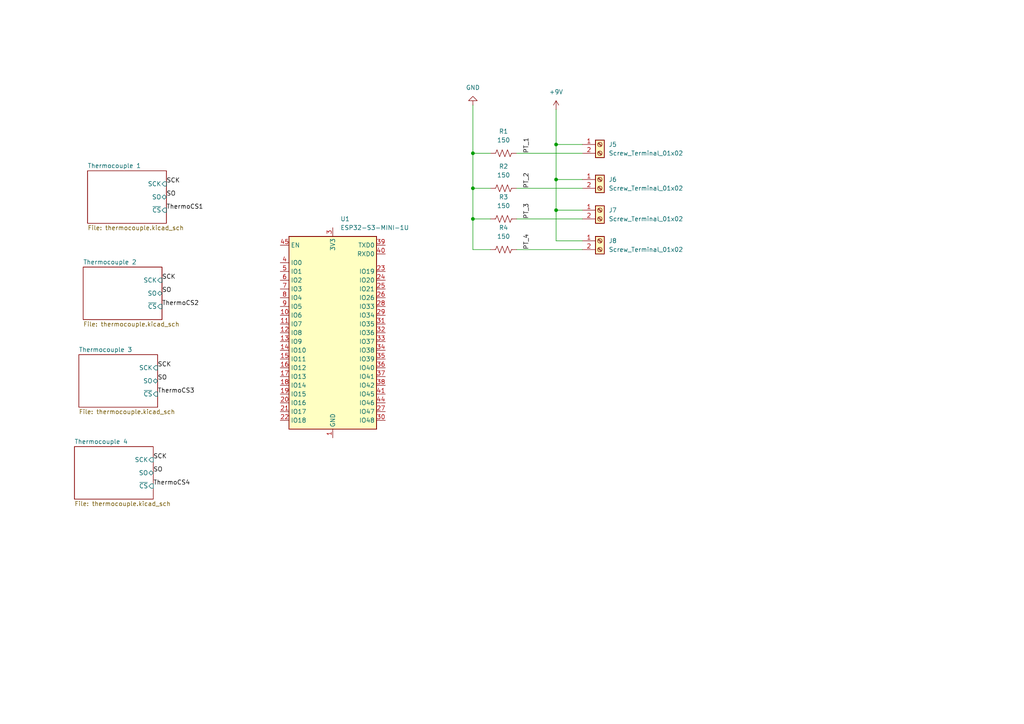
<source format=kicad_sch>
(kicad_sch
	(version 20231120)
	(generator "eeschema")
	(generator_version "8.0")
	(uuid "35e73745-790a-4771-a6fa-4a7b069c04ac")
	(paper "A4")
	(lib_symbols
		(symbol "Connector:Screw_Terminal_01x02"
			(pin_names
				(offset 1.016) hide)
			(exclude_from_sim no)
			(in_bom yes)
			(on_board yes)
			(property "Reference" "J"
				(at 0 2.54 0)
				(effects
					(font
						(size 1.27 1.27)
					)
				)
			)
			(property "Value" "Screw_Terminal_01x02"
				(at 0 -5.08 0)
				(effects
					(font
						(size 1.27 1.27)
					)
				)
			)
			(property "Footprint" ""
				(at 0 0 0)
				(effects
					(font
						(size 1.27 1.27)
					)
					(hide yes)
				)
			)
			(property "Datasheet" "~"
				(at 0 0 0)
				(effects
					(font
						(size 1.27 1.27)
					)
					(hide yes)
				)
			)
			(property "Description" "Generic screw terminal, single row, 01x02, script generated (kicad-library-utils/schlib/autogen/connector/)"
				(at 0 0 0)
				(effects
					(font
						(size 1.27 1.27)
					)
					(hide yes)
				)
			)
			(property "ki_keywords" "screw terminal"
				(at 0 0 0)
				(effects
					(font
						(size 1.27 1.27)
					)
					(hide yes)
				)
			)
			(property "ki_fp_filters" "TerminalBlock*:*"
				(at 0 0 0)
				(effects
					(font
						(size 1.27 1.27)
					)
					(hide yes)
				)
			)
			(symbol "Screw_Terminal_01x02_1_1"
				(rectangle
					(start -1.27 1.27)
					(end 1.27 -3.81)
					(stroke
						(width 0.254)
						(type default)
					)
					(fill
						(type background)
					)
				)
				(circle
					(center 0 -2.54)
					(radius 0.635)
					(stroke
						(width 0.1524)
						(type default)
					)
					(fill
						(type none)
					)
				)
				(polyline
					(pts
						(xy -0.5334 -2.2098) (xy 0.3302 -3.048)
					)
					(stroke
						(width 0.1524)
						(type default)
					)
					(fill
						(type none)
					)
				)
				(polyline
					(pts
						(xy -0.5334 0.3302) (xy 0.3302 -0.508)
					)
					(stroke
						(width 0.1524)
						(type default)
					)
					(fill
						(type none)
					)
				)
				(polyline
					(pts
						(xy -0.3556 -2.032) (xy 0.508 -2.8702)
					)
					(stroke
						(width 0.1524)
						(type default)
					)
					(fill
						(type none)
					)
				)
				(polyline
					(pts
						(xy -0.3556 0.508) (xy 0.508 -0.3302)
					)
					(stroke
						(width 0.1524)
						(type default)
					)
					(fill
						(type none)
					)
				)
				(circle
					(center 0 0)
					(radius 0.635)
					(stroke
						(width 0.1524)
						(type default)
					)
					(fill
						(type none)
					)
				)
				(pin passive line
					(at -5.08 0 0)
					(length 3.81)
					(name "Pin_1"
						(effects
							(font
								(size 1.27 1.27)
							)
						)
					)
					(number "1"
						(effects
							(font
								(size 1.27 1.27)
							)
						)
					)
				)
				(pin passive line
					(at -5.08 -2.54 0)
					(length 3.81)
					(name "Pin_2"
						(effects
							(font
								(size 1.27 1.27)
							)
						)
					)
					(number "2"
						(effects
							(font
								(size 1.27 1.27)
							)
						)
					)
				)
			)
		)
		(symbol "Device:R_US"
			(pin_numbers hide)
			(pin_names
				(offset 0)
			)
			(exclude_from_sim no)
			(in_bom yes)
			(on_board yes)
			(property "Reference" "R"
				(at 2.54 0 90)
				(effects
					(font
						(size 1.27 1.27)
					)
				)
			)
			(property "Value" "R_US"
				(at -2.54 0 90)
				(effects
					(font
						(size 1.27 1.27)
					)
				)
			)
			(property "Footprint" ""
				(at 1.016 -0.254 90)
				(effects
					(font
						(size 1.27 1.27)
					)
					(hide yes)
				)
			)
			(property "Datasheet" "~"
				(at 0 0 0)
				(effects
					(font
						(size 1.27 1.27)
					)
					(hide yes)
				)
			)
			(property "Description" "Resistor, US symbol"
				(at 0 0 0)
				(effects
					(font
						(size 1.27 1.27)
					)
					(hide yes)
				)
			)
			(property "ki_keywords" "R res resistor"
				(at 0 0 0)
				(effects
					(font
						(size 1.27 1.27)
					)
					(hide yes)
				)
			)
			(property "ki_fp_filters" "R_*"
				(at 0 0 0)
				(effects
					(font
						(size 1.27 1.27)
					)
					(hide yes)
				)
			)
			(symbol "R_US_0_1"
				(polyline
					(pts
						(xy 0 -2.286) (xy 0 -2.54)
					)
					(stroke
						(width 0)
						(type default)
					)
					(fill
						(type none)
					)
				)
				(polyline
					(pts
						(xy 0 2.286) (xy 0 2.54)
					)
					(stroke
						(width 0)
						(type default)
					)
					(fill
						(type none)
					)
				)
				(polyline
					(pts
						(xy 0 -0.762) (xy 1.016 -1.143) (xy 0 -1.524) (xy -1.016 -1.905) (xy 0 -2.286)
					)
					(stroke
						(width 0)
						(type default)
					)
					(fill
						(type none)
					)
				)
				(polyline
					(pts
						(xy 0 0.762) (xy 1.016 0.381) (xy 0 0) (xy -1.016 -0.381) (xy 0 -0.762)
					)
					(stroke
						(width 0)
						(type default)
					)
					(fill
						(type none)
					)
				)
				(polyline
					(pts
						(xy 0 2.286) (xy 1.016 1.905) (xy 0 1.524) (xy -1.016 1.143) (xy 0 0.762)
					)
					(stroke
						(width 0)
						(type default)
					)
					(fill
						(type none)
					)
				)
			)
			(symbol "R_US_1_1"
				(pin passive line
					(at 0 3.81 270)
					(length 1.27)
					(name "~"
						(effects
							(font
								(size 1.27 1.27)
							)
						)
					)
					(number "1"
						(effects
							(font
								(size 1.27 1.27)
							)
						)
					)
				)
				(pin passive line
					(at 0 -3.81 90)
					(length 1.27)
					(name "~"
						(effects
							(font
								(size 1.27 1.27)
							)
						)
					)
					(number "2"
						(effects
							(font
								(size 1.27 1.27)
							)
						)
					)
				)
			)
		)
		(symbol "RF_Module:ESP32-S3-MINI-1U"
			(exclude_from_sim no)
			(in_bom yes)
			(on_board yes)
			(property "Reference" "U"
				(at -11.43 29.21 0)
				(effects
					(font
						(size 1.27 1.27)
					)
				)
			)
			(property "Value" "ESP32-S3-MINI-1U"
				(at 12.7 29.21 0)
				(effects
					(font
						(size 1.27 1.27)
					)
				)
			)
			(property "Footprint" "RF_Module:ESP32-S2-MINI-1U"
				(at 16.51 -29.21 0)
				(effects
					(font
						(size 1.27 1.27)
					)
					(hide yes)
				)
			)
			(property "Datasheet" "https://www.espressif.com/sites/default/files/documentation/esp32-s3-mini-1_mini-1u_datasheet_en.pdf"
				(at 0 40.64 0)
				(effects
					(font
						(size 1.27 1.27)
					)
					(hide yes)
				)
			)
			(property "Description" "RF Module, ESP32-S3 SoC, Wi-Fi 802.11b/g/n, Bluetooth, BLE, 32-bit, 3.3V, SMD, external antenna"
				(at 0 43.18 0)
				(effects
					(font
						(size 1.27 1.27)
					)
					(hide yes)
				)
			)
			(property "ki_keywords" "RF Radio BT ESP ESP32-S3 Espressif"
				(at 0 0 0)
				(effects
					(font
						(size 1.27 1.27)
					)
					(hide yes)
				)
			)
			(property "ki_fp_filters" "ESP32?S*MINI?1U"
				(at 0 0 0)
				(effects
					(font
						(size 1.27 1.27)
					)
					(hide yes)
				)
			)
			(symbol "ESP32-S3-MINI-1U_0_1"
				(rectangle
					(start -12.7 27.94)
					(end 12.7 -27.94)
					(stroke
						(width 0.254)
						(type default)
					)
					(fill
						(type background)
					)
				)
			)
			(symbol "ESP32-S3-MINI-1U_1_1"
				(pin power_in line
					(at 0 -30.48 90)
					(length 2.54)
					(name "GND"
						(effects
							(font
								(size 1.27 1.27)
							)
						)
					)
					(number "1"
						(effects
							(font
								(size 1.27 1.27)
							)
						)
					)
				)
				(pin bidirectional line
					(at -15.24 5.08 0)
					(length 2.54)
					(name "IO6"
						(effects
							(font
								(size 1.27 1.27)
							)
						)
					)
					(number "10"
						(effects
							(font
								(size 1.27 1.27)
							)
						)
					)
				)
				(pin bidirectional line
					(at -15.24 2.54 0)
					(length 2.54)
					(name "IO7"
						(effects
							(font
								(size 1.27 1.27)
							)
						)
					)
					(number "11"
						(effects
							(font
								(size 1.27 1.27)
							)
						)
					)
				)
				(pin bidirectional line
					(at -15.24 0 0)
					(length 2.54)
					(name "IO8"
						(effects
							(font
								(size 1.27 1.27)
							)
						)
					)
					(number "12"
						(effects
							(font
								(size 1.27 1.27)
							)
						)
					)
				)
				(pin bidirectional line
					(at -15.24 -2.54 0)
					(length 2.54)
					(name "IO9"
						(effects
							(font
								(size 1.27 1.27)
							)
						)
					)
					(number "13"
						(effects
							(font
								(size 1.27 1.27)
							)
						)
					)
				)
				(pin bidirectional line
					(at -15.24 -5.08 0)
					(length 2.54)
					(name "IO10"
						(effects
							(font
								(size 1.27 1.27)
							)
						)
					)
					(number "14"
						(effects
							(font
								(size 1.27 1.27)
							)
						)
					)
				)
				(pin bidirectional line
					(at -15.24 -7.62 0)
					(length 2.54)
					(name "IO11"
						(effects
							(font
								(size 1.27 1.27)
							)
						)
					)
					(number "15"
						(effects
							(font
								(size 1.27 1.27)
							)
						)
					)
				)
				(pin bidirectional line
					(at -15.24 -10.16 0)
					(length 2.54)
					(name "IO12"
						(effects
							(font
								(size 1.27 1.27)
							)
						)
					)
					(number "16"
						(effects
							(font
								(size 1.27 1.27)
							)
						)
					)
				)
				(pin bidirectional line
					(at -15.24 -12.7 0)
					(length 2.54)
					(name "IO13"
						(effects
							(font
								(size 1.27 1.27)
							)
						)
					)
					(number "17"
						(effects
							(font
								(size 1.27 1.27)
							)
						)
					)
				)
				(pin bidirectional line
					(at -15.24 -15.24 0)
					(length 2.54)
					(name "IO14"
						(effects
							(font
								(size 1.27 1.27)
							)
						)
					)
					(number "18"
						(effects
							(font
								(size 1.27 1.27)
							)
						)
					)
				)
				(pin bidirectional line
					(at -15.24 -17.78 0)
					(length 2.54)
					(name "IO15"
						(effects
							(font
								(size 1.27 1.27)
							)
						)
					)
					(number "19"
						(effects
							(font
								(size 1.27 1.27)
							)
						)
					)
				)
				(pin passive line
					(at 0 -30.48 90)
					(length 2.54) hide
					(name "GND"
						(effects
							(font
								(size 1.27 1.27)
							)
						)
					)
					(number "2"
						(effects
							(font
								(size 1.27 1.27)
							)
						)
					)
				)
				(pin bidirectional line
					(at -15.24 -20.32 0)
					(length 2.54)
					(name "IO16"
						(effects
							(font
								(size 1.27 1.27)
							)
						)
					)
					(number "20"
						(effects
							(font
								(size 1.27 1.27)
							)
						)
					)
				)
				(pin bidirectional line
					(at -15.24 -22.86 0)
					(length 2.54)
					(name "IO17"
						(effects
							(font
								(size 1.27 1.27)
							)
						)
					)
					(number "21"
						(effects
							(font
								(size 1.27 1.27)
							)
						)
					)
				)
				(pin bidirectional line
					(at -15.24 -25.4 0)
					(length 2.54)
					(name "IO18"
						(effects
							(font
								(size 1.27 1.27)
							)
						)
					)
					(number "22"
						(effects
							(font
								(size 1.27 1.27)
							)
						)
					)
				)
				(pin bidirectional line
					(at 15.24 17.78 180)
					(length 2.54)
					(name "IO19"
						(effects
							(font
								(size 1.27 1.27)
							)
						)
					)
					(number "23"
						(effects
							(font
								(size 1.27 1.27)
							)
						)
					)
				)
				(pin bidirectional line
					(at 15.24 15.24 180)
					(length 2.54)
					(name "IO20"
						(effects
							(font
								(size 1.27 1.27)
							)
						)
					)
					(number "24"
						(effects
							(font
								(size 1.27 1.27)
							)
						)
					)
				)
				(pin bidirectional line
					(at 15.24 12.7 180)
					(length 2.54)
					(name "IO21"
						(effects
							(font
								(size 1.27 1.27)
							)
						)
					)
					(number "25"
						(effects
							(font
								(size 1.27 1.27)
							)
						)
					)
				)
				(pin bidirectional line
					(at 15.24 10.16 180)
					(length 2.54)
					(name "IO26"
						(effects
							(font
								(size 1.27 1.27)
							)
						)
					)
					(number "26"
						(effects
							(font
								(size 1.27 1.27)
							)
						)
					)
				)
				(pin bidirectional line
					(at 15.24 -22.86 180)
					(length 2.54)
					(name "IO47"
						(effects
							(font
								(size 1.27 1.27)
							)
						)
					)
					(number "27"
						(effects
							(font
								(size 1.27 1.27)
							)
						)
					)
				)
				(pin bidirectional line
					(at 15.24 7.62 180)
					(length 2.54)
					(name "IO33"
						(effects
							(font
								(size 1.27 1.27)
							)
						)
					)
					(number "28"
						(effects
							(font
								(size 1.27 1.27)
							)
						)
					)
				)
				(pin bidirectional line
					(at 15.24 5.08 180)
					(length 2.54)
					(name "IO34"
						(effects
							(font
								(size 1.27 1.27)
							)
						)
					)
					(number "29"
						(effects
							(font
								(size 1.27 1.27)
							)
						)
					)
				)
				(pin power_in line
					(at 0 30.48 270)
					(length 2.54)
					(name "3V3"
						(effects
							(font
								(size 1.27 1.27)
							)
						)
					)
					(number "3"
						(effects
							(font
								(size 1.27 1.27)
							)
						)
					)
				)
				(pin bidirectional line
					(at 15.24 -25.4 180)
					(length 2.54)
					(name "IO48"
						(effects
							(font
								(size 1.27 1.27)
							)
						)
					)
					(number "30"
						(effects
							(font
								(size 1.27 1.27)
							)
						)
					)
				)
				(pin bidirectional line
					(at 15.24 2.54 180)
					(length 2.54)
					(name "IO35"
						(effects
							(font
								(size 1.27 1.27)
							)
						)
					)
					(number "31"
						(effects
							(font
								(size 1.27 1.27)
							)
						)
					)
				)
				(pin bidirectional line
					(at 15.24 0 180)
					(length 2.54)
					(name "IO36"
						(effects
							(font
								(size 1.27 1.27)
							)
						)
					)
					(number "32"
						(effects
							(font
								(size 1.27 1.27)
							)
						)
					)
				)
				(pin bidirectional line
					(at 15.24 -2.54 180)
					(length 2.54)
					(name "IO37"
						(effects
							(font
								(size 1.27 1.27)
							)
						)
					)
					(number "33"
						(effects
							(font
								(size 1.27 1.27)
							)
						)
					)
				)
				(pin bidirectional line
					(at 15.24 -5.08 180)
					(length 2.54)
					(name "IO38"
						(effects
							(font
								(size 1.27 1.27)
							)
						)
					)
					(number "34"
						(effects
							(font
								(size 1.27 1.27)
							)
						)
					)
				)
				(pin bidirectional line
					(at 15.24 -7.62 180)
					(length 2.54)
					(name "IO39"
						(effects
							(font
								(size 1.27 1.27)
							)
						)
					)
					(number "35"
						(effects
							(font
								(size 1.27 1.27)
							)
						)
					)
				)
				(pin bidirectional line
					(at 15.24 -10.16 180)
					(length 2.54)
					(name "IO40"
						(effects
							(font
								(size 1.27 1.27)
							)
						)
					)
					(number "36"
						(effects
							(font
								(size 1.27 1.27)
							)
						)
					)
				)
				(pin bidirectional line
					(at 15.24 -12.7 180)
					(length 2.54)
					(name "IO41"
						(effects
							(font
								(size 1.27 1.27)
							)
						)
					)
					(number "37"
						(effects
							(font
								(size 1.27 1.27)
							)
						)
					)
				)
				(pin bidirectional line
					(at 15.24 -15.24 180)
					(length 2.54)
					(name "IO42"
						(effects
							(font
								(size 1.27 1.27)
							)
						)
					)
					(number "38"
						(effects
							(font
								(size 1.27 1.27)
							)
						)
					)
				)
				(pin bidirectional line
					(at 15.24 25.4 180)
					(length 2.54)
					(name "TXD0"
						(effects
							(font
								(size 1.27 1.27)
							)
						)
					)
					(number "39"
						(effects
							(font
								(size 1.27 1.27)
							)
						)
					)
				)
				(pin bidirectional line
					(at -15.24 20.32 0)
					(length 2.54)
					(name "IO0"
						(effects
							(font
								(size 1.27 1.27)
							)
						)
					)
					(number "4"
						(effects
							(font
								(size 1.27 1.27)
							)
						)
					)
				)
				(pin bidirectional line
					(at 15.24 22.86 180)
					(length 2.54)
					(name "RXD0"
						(effects
							(font
								(size 1.27 1.27)
							)
						)
					)
					(number "40"
						(effects
							(font
								(size 1.27 1.27)
							)
						)
					)
				)
				(pin bidirectional line
					(at 15.24 -17.78 180)
					(length 2.54)
					(name "IO45"
						(effects
							(font
								(size 1.27 1.27)
							)
						)
					)
					(number "41"
						(effects
							(font
								(size 1.27 1.27)
							)
						)
					)
				)
				(pin passive line
					(at 0 -30.48 90)
					(length 2.54) hide
					(name "GND"
						(effects
							(font
								(size 1.27 1.27)
							)
						)
					)
					(number "42"
						(effects
							(font
								(size 1.27 1.27)
							)
						)
					)
				)
				(pin passive line
					(at 0 -30.48 90)
					(length 2.54) hide
					(name "GND"
						(effects
							(font
								(size 1.27 1.27)
							)
						)
					)
					(number "43"
						(effects
							(font
								(size 1.27 1.27)
							)
						)
					)
				)
				(pin bidirectional line
					(at 15.24 -20.32 180)
					(length 2.54)
					(name "IO46"
						(effects
							(font
								(size 1.27 1.27)
							)
						)
					)
					(number "44"
						(effects
							(font
								(size 1.27 1.27)
							)
						)
					)
				)
				(pin input line
					(at -15.24 25.4 0)
					(length 2.54)
					(name "EN"
						(effects
							(font
								(size 1.27 1.27)
							)
						)
					)
					(number "45"
						(effects
							(font
								(size 1.27 1.27)
							)
						)
					)
				)
				(pin passive line
					(at 0 -30.48 90)
					(length 2.54) hide
					(name "GND"
						(effects
							(font
								(size 1.27 1.27)
							)
						)
					)
					(number "46"
						(effects
							(font
								(size 1.27 1.27)
							)
						)
					)
				)
				(pin passive line
					(at 0 -30.48 90)
					(length 2.54) hide
					(name "GND"
						(effects
							(font
								(size 1.27 1.27)
							)
						)
					)
					(number "47"
						(effects
							(font
								(size 1.27 1.27)
							)
						)
					)
				)
				(pin passive line
					(at 0 -30.48 90)
					(length 2.54) hide
					(name "GND"
						(effects
							(font
								(size 1.27 1.27)
							)
						)
					)
					(number "48"
						(effects
							(font
								(size 1.27 1.27)
							)
						)
					)
				)
				(pin passive line
					(at 0 -30.48 90)
					(length 2.54) hide
					(name "GND"
						(effects
							(font
								(size 1.27 1.27)
							)
						)
					)
					(number "49"
						(effects
							(font
								(size 1.27 1.27)
							)
						)
					)
				)
				(pin bidirectional line
					(at -15.24 17.78 0)
					(length 2.54)
					(name "IO1"
						(effects
							(font
								(size 1.27 1.27)
							)
						)
					)
					(number "5"
						(effects
							(font
								(size 1.27 1.27)
							)
						)
					)
				)
				(pin passive line
					(at 0 -30.48 90)
					(length 2.54) hide
					(name "GND"
						(effects
							(font
								(size 1.27 1.27)
							)
						)
					)
					(number "50"
						(effects
							(font
								(size 1.27 1.27)
							)
						)
					)
				)
				(pin passive line
					(at 0 -30.48 90)
					(length 2.54) hide
					(name "GND"
						(effects
							(font
								(size 1.27 1.27)
							)
						)
					)
					(number "51"
						(effects
							(font
								(size 1.27 1.27)
							)
						)
					)
				)
				(pin passive line
					(at 0 -30.48 90)
					(length 2.54) hide
					(name "GND"
						(effects
							(font
								(size 1.27 1.27)
							)
						)
					)
					(number "52"
						(effects
							(font
								(size 1.27 1.27)
							)
						)
					)
				)
				(pin passive line
					(at 0 -30.48 90)
					(length 2.54) hide
					(name "GND"
						(effects
							(font
								(size 1.27 1.27)
							)
						)
					)
					(number "53"
						(effects
							(font
								(size 1.27 1.27)
							)
						)
					)
				)
				(pin passive line
					(at 0 -30.48 90)
					(length 2.54) hide
					(name "GND"
						(effects
							(font
								(size 1.27 1.27)
							)
						)
					)
					(number "54"
						(effects
							(font
								(size 1.27 1.27)
							)
						)
					)
				)
				(pin passive line
					(at 0 -30.48 90)
					(length 2.54) hide
					(name "GND"
						(effects
							(font
								(size 1.27 1.27)
							)
						)
					)
					(number "55"
						(effects
							(font
								(size 1.27 1.27)
							)
						)
					)
				)
				(pin passive line
					(at 0 -30.48 90)
					(length 2.54) hide
					(name "GND"
						(effects
							(font
								(size 1.27 1.27)
							)
						)
					)
					(number "56"
						(effects
							(font
								(size 1.27 1.27)
							)
						)
					)
				)
				(pin passive line
					(at 0 -30.48 90)
					(length 2.54) hide
					(name "GND"
						(effects
							(font
								(size 1.27 1.27)
							)
						)
					)
					(number "57"
						(effects
							(font
								(size 1.27 1.27)
							)
						)
					)
				)
				(pin passive line
					(at 0 -30.48 90)
					(length 2.54) hide
					(name "GND"
						(effects
							(font
								(size 1.27 1.27)
							)
						)
					)
					(number "58"
						(effects
							(font
								(size 1.27 1.27)
							)
						)
					)
				)
				(pin passive line
					(at 0 -30.48 90)
					(length 2.54) hide
					(name "GND"
						(effects
							(font
								(size 1.27 1.27)
							)
						)
					)
					(number "59"
						(effects
							(font
								(size 1.27 1.27)
							)
						)
					)
				)
				(pin bidirectional line
					(at -15.24 15.24 0)
					(length 2.54)
					(name "IO2"
						(effects
							(font
								(size 1.27 1.27)
							)
						)
					)
					(number "6"
						(effects
							(font
								(size 1.27 1.27)
							)
						)
					)
				)
				(pin passive line
					(at 0 -30.48 90)
					(length 2.54) hide
					(name "GND"
						(effects
							(font
								(size 1.27 1.27)
							)
						)
					)
					(number "60"
						(effects
							(font
								(size 1.27 1.27)
							)
						)
					)
				)
				(pin passive line
					(at 0 -30.48 90)
					(length 2.54) hide
					(name "GND"
						(effects
							(font
								(size 1.27 1.27)
							)
						)
					)
					(number "61"
						(effects
							(font
								(size 1.27 1.27)
							)
						)
					)
				)
				(pin passive line
					(at 0 -30.48 90)
					(length 2.54) hide
					(name "GND"
						(effects
							(font
								(size 1.27 1.27)
							)
						)
					)
					(number "62"
						(effects
							(font
								(size 1.27 1.27)
							)
						)
					)
				)
				(pin passive line
					(at 0 -30.48 90)
					(length 2.54) hide
					(name "GND"
						(effects
							(font
								(size 1.27 1.27)
							)
						)
					)
					(number "63"
						(effects
							(font
								(size 1.27 1.27)
							)
						)
					)
				)
				(pin passive line
					(at 0 -30.48 90)
					(length 2.54) hide
					(name "GND"
						(effects
							(font
								(size 1.27 1.27)
							)
						)
					)
					(number "64"
						(effects
							(font
								(size 1.27 1.27)
							)
						)
					)
				)
				(pin passive line
					(at 0 -30.48 90)
					(length 2.54) hide
					(name "GND"
						(effects
							(font
								(size 1.27 1.27)
							)
						)
					)
					(number "65"
						(effects
							(font
								(size 1.27 1.27)
							)
						)
					)
				)
				(pin bidirectional line
					(at -15.24 12.7 0)
					(length 2.54)
					(name "IO3"
						(effects
							(font
								(size 1.27 1.27)
							)
						)
					)
					(number "7"
						(effects
							(font
								(size 1.27 1.27)
							)
						)
					)
				)
				(pin bidirectional line
					(at -15.24 10.16 0)
					(length 2.54)
					(name "IO4"
						(effects
							(font
								(size 1.27 1.27)
							)
						)
					)
					(number "8"
						(effects
							(font
								(size 1.27 1.27)
							)
						)
					)
				)
				(pin bidirectional line
					(at -15.24 7.62 0)
					(length 2.54)
					(name "IO5"
						(effects
							(font
								(size 1.27 1.27)
							)
						)
					)
					(number "9"
						(effects
							(font
								(size 1.27 1.27)
							)
						)
					)
				)
			)
		)
		(symbol "power:+9V"
			(power)
			(pin_numbers hide)
			(pin_names
				(offset 0) hide)
			(exclude_from_sim no)
			(in_bom yes)
			(on_board yes)
			(property "Reference" "#PWR"
				(at 0 -3.81 0)
				(effects
					(font
						(size 1.27 1.27)
					)
					(hide yes)
				)
			)
			(property "Value" "+9V"
				(at 0 3.556 0)
				(effects
					(font
						(size 1.27 1.27)
					)
				)
			)
			(property "Footprint" ""
				(at 0 0 0)
				(effects
					(font
						(size 1.27 1.27)
					)
					(hide yes)
				)
			)
			(property "Datasheet" ""
				(at 0 0 0)
				(effects
					(font
						(size 1.27 1.27)
					)
					(hide yes)
				)
			)
			(property "Description" "Power symbol creates a global label with name \"+9V\""
				(at 0 0 0)
				(effects
					(font
						(size 1.27 1.27)
					)
					(hide yes)
				)
			)
			(property "ki_keywords" "global power"
				(at 0 0 0)
				(effects
					(font
						(size 1.27 1.27)
					)
					(hide yes)
				)
			)
			(symbol "+9V_0_1"
				(polyline
					(pts
						(xy -0.762 1.27) (xy 0 2.54)
					)
					(stroke
						(width 0)
						(type default)
					)
					(fill
						(type none)
					)
				)
				(polyline
					(pts
						(xy 0 0) (xy 0 2.54)
					)
					(stroke
						(width 0)
						(type default)
					)
					(fill
						(type none)
					)
				)
				(polyline
					(pts
						(xy 0 2.54) (xy 0.762 1.27)
					)
					(stroke
						(width 0)
						(type default)
					)
					(fill
						(type none)
					)
				)
			)
			(symbol "+9V_1_1"
				(pin power_in line
					(at 0 0 90)
					(length 0)
					(name "~"
						(effects
							(font
								(size 1.27 1.27)
							)
						)
					)
					(number "1"
						(effects
							(font
								(size 1.27 1.27)
							)
						)
					)
				)
			)
		)
		(symbol "power:GND"
			(power)
			(pin_numbers hide)
			(pin_names
				(offset 0) hide)
			(exclude_from_sim no)
			(in_bom yes)
			(on_board yes)
			(property "Reference" "#PWR"
				(at 0 -6.35 0)
				(effects
					(font
						(size 1.27 1.27)
					)
					(hide yes)
				)
			)
			(property "Value" "GND"
				(at 0 -3.81 0)
				(effects
					(font
						(size 1.27 1.27)
					)
				)
			)
			(property "Footprint" ""
				(at 0 0 0)
				(effects
					(font
						(size 1.27 1.27)
					)
					(hide yes)
				)
			)
			(property "Datasheet" ""
				(at 0 0 0)
				(effects
					(font
						(size 1.27 1.27)
					)
					(hide yes)
				)
			)
			(property "Description" "Power symbol creates a global label with name \"GND\" , ground"
				(at 0 0 0)
				(effects
					(font
						(size 1.27 1.27)
					)
					(hide yes)
				)
			)
			(property "ki_keywords" "global power"
				(at 0 0 0)
				(effects
					(font
						(size 1.27 1.27)
					)
					(hide yes)
				)
			)
			(symbol "GND_0_1"
				(polyline
					(pts
						(xy 0 0) (xy 0 -1.27) (xy 1.27 -1.27) (xy 0 -2.54) (xy -1.27 -1.27) (xy 0 -1.27)
					)
					(stroke
						(width 0)
						(type default)
					)
					(fill
						(type none)
					)
				)
			)
			(symbol "GND_1_1"
				(pin power_in line
					(at 0 0 270)
					(length 0)
					(name "~"
						(effects
							(font
								(size 1.27 1.27)
							)
						)
					)
					(number "1"
						(effects
							(font
								(size 1.27 1.27)
							)
						)
					)
				)
			)
		)
	)
	(junction
		(at 137.16 54.61)
		(diameter 0)
		(color 0 0 0 0)
		(uuid "3b327a2e-e33b-4f37-9263-eb6085671d09")
	)
	(junction
		(at 137.16 44.45)
		(diameter 0)
		(color 0 0 0 0)
		(uuid "6bb244f6-cb45-443c-a63a-96b20d67c1a5")
	)
	(junction
		(at 161.29 60.96)
		(diameter 0)
		(color 0 0 0 0)
		(uuid "84d3cb13-3dd6-4cce-bbd4-4113e6254028")
	)
	(junction
		(at 137.16 63.5)
		(diameter 0)
		(color 0 0 0 0)
		(uuid "a2174eda-e929-405f-8aaa-a1aa9846a41a")
	)
	(junction
		(at 161.29 41.91)
		(diameter 0)
		(color 0 0 0 0)
		(uuid "acd0e5a7-6977-4a39-9dce-5537d7d5d0b0")
	)
	(junction
		(at 161.29 52.07)
		(diameter 0)
		(color 0 0 0 0)
		(uuid "fad65993-1e49-4de9-82aa-7fdd92e254a0")
	)
	(wire
		(pts
			(xy 137.16 44.45) (xy 142.24 44.45)
		)
		(stroke
			(width 0)
			(type default)
		)
		(uuid "0fecbb3e-3dd3-426f-bcf0-70f2f796dcdd")
	)
	(wire
		(pts
			(xy 137.16 54.61) (xy 137.16 44.45)
		)
		(stroke
			(width 0)
			(type default)
		)
		(uuid "11f061ac-3bac-4704-bac0-9e439855a423")
	)
	(wire
		(pts
			(xy 161.29 52.07) (xy 168.91 52.07)
		)
		(stroke
			(width 0)
			(type default)
		)
		(uuid "346c38c2-6415-495c-9dc3-320bc60bd0b1")
	)
	(wire
		(pts
			(xy 149.86 54.61) (xy 168.91 54.61)
		)
		(stroke
			(width 0)
			(type default)
		)
		(uuid "3b255117-056f-432a-ba51-aa5e7070f53f")
	)
	(wire
		(pts
			(xy 149.86 63.5) (xy 168.91 63.5)
		)
		(stroke
			(width 0)
			(type default)
		)
		(uuid "44a022ba-a69b-4b89-ab89-5a6a019512b5")
	)
	(wire
		(pts
			(xy 161.29 69.85) (xy 168.91 69.85)
		)
		(stroke
			(width 0)
			(type default)
		)
		(uuid "48e00511-58d8-4f36-b336-d942da435167")
	)
	(wire
		(pts
			(xy 161.29 41.91) (xy 168.91 41.91)
		)
		(stroke
			(width 0)
			(type default)
		)
		(uuid "5f907e6a-4cb2-49f0-9f5a-4b645f2917d6")
	)
	(wire
		(pts
			(xy 137.16 63.5) (xy 137.16 54.61)
		)
		(stroke
			(width 0)
			(type default)
		)
		(uuid "616f104c-3f1b-4e8b-819f-cd356c8bb801")
	)
	(wire
		(pts
			(xy 161.29 41.91) (xy 161.29 52.07)
		)
		(stroke
			(width 0)
			(type default)
		)
		(uuid "7526a613-4d9f-468b-9071-4169ab7ab0a1")
	)
	(wire
		(pts
			(xy 137.16 72.39) (xy 137.16 63.5)
		)
		(stroke
			(width 0)
			(type default)
		)
		(uuid "78218ca0-1b7f-46cf-a61d-e5f25c32d7a0")
	)
	(wire
		(pts
			(xy 142.24 54.61) (xy 137.16 54.61)
		)
		(stroke
			(width 0)
			(type default)
		)
		(uuid "7d8f0a3a-d72f-42f2-81ff-aff35139c712")
	)
	(wire
		(pts
			(xy 142.24 63.5) (xy 137.16 63.5)
		)
		(stroke
			(width 0)
			(type default)
		)
		(uuid "88e2f733-f06e-4d55-8e56-c93688351124")
	)
	(wire
		(pts
			(xy 161.29 60.96) (xy 168.91 60.96)
		)
		(stroke
			(width 0)
			(type default)
		)
		(uuid "8ecc0acb-a092-4942-a893-d6a0173bb0e9")
	)
	(wire
		(pts
			(xy 149.86 44.45) (xy 168.91 44.45)
		)
		(stroke
			(width 0)
			(type default)
		)
		(uuid "98571e95-c302-4f2b-a70c-8f219e6ebb29")
	)
	(wire
		(pts
			(xy 161.29 52.07) (xy 161.29 60.96)
		)
		(stroke
			(width 0)
			(type default)
		)
		(uuid "a345489b-c368-4804-aee1-e40764ba4e90")
	)
	(wire
		(pts
			(xy 161.29 31.75) (xy 161.29 41.91)
		)
		(stroke
			(width 0)
			(type default)
		)
		(uuid "bbe2cccf-a24c-4fc3-82a2-5ce6cbea1fcf")
	)
	(wire
		(pts
			(xy 161.29 60.96) (xy 161.29 69.85)
		)
		(stroke
			(width 0)
			(type default)
		)
		(uuid "f2132c61-dacc-4f18-bf46-cedd319fc197")
	)
	(wire
		(pts
			(xy 149.86 72.39) (xy 168.91 72.39)
		)
		(stroke
			(width 0)
			(type default)
		)
		(uuid "f6f109fc-9dc9-4aea-ab0b-551ec5ad52c4")
	)
	(wire
		(pts
			(xy 142.24 72.39) (xy 137.16 72.39)
		)
		(stroke
			(width 0)
			(type default)
		)
		(uuid "f9202b21-ca87-45e4-8de6-ea8ee40bb1fd")
	)
	(wire
		(pts
			(xy 137.16 44.45) (xy 137.16 30.48)
		)
		(stroke
			(width 0)
			(type default)
		)
		(uuid "fde2aed2-7939-4fe1-b1c6-079735877441")
	)
	(label "SCK"
		(at 44.45 133.35 0)
		(fields_autoplaced yes)
		(effects
			(font
				(size 1.27 1.27)
			)
			(justify left bottom)
		)
		(uuid "0cdd8120-8f08-4ecd-b010-b9300bef96f8")
	)
	(label "PT_1"
		(at 153.67 44.45 90)
		(fields_autoplaced yes)
		(effects
			(font
				(size 1.27 1.27)
			)
			(justify left bottom)
		)
		(uuid "1c27eb97-5606-4d15-95f8-3742fd0104c7")
	)
	(label "SCK"
		(at 48.26 53.34 0)
		(fields_autoplaced yes)
		(effects
			(font
				(size 1.27 1.27)
			)
			(justify left bottom)
		)
		(uuid "45897a5c-ad9c-4cef-baec-dbdf7fc3b464")
	)
	(label "SO"
		(at 45.72 110.49 0)
		(fields_autoplaced yes)
		(effects
			(font
				(size 1.27 1.27)
			)
			(justify left bottom)
		)
		(uuid "518a2635-6f9e-4dd9-8c52-3680fba3027e")
	)
	(label "SCK"
		(at 45.72 106.68 0)
		(fields_autoplaced yes)
		(effects
			(font
				(size 1.27 1.27)
			)
			(justify left bottom)
		)
		(uuid "6759a755-5641-4e17-a70f-d69e66bc2fb5")
	)
	(label "SCK"
		(at 46.99 81.28 0)
		(fields_autoplaced yes)
		(effects
			(font
				(size 1.27 1.27)
			)
			(justify left bottom)
		)
		(uuid "69755aea-eab0-486e-8407-2d23bd90b7c6")
	)
	(label "ThermoCS4"
		(at 44.45 140.97 0)
		(fields_autoplaced yes)
		(effects
			(font
				(size 1.27 1.27)
			)
			(justify left bottom)
		)
		(uuid "70f62770-2688-4b0d-b1ff-38dac818d3a2")
	)
	(label "ThermoCS2"
		(at 46.99 88.9 0)
		(fields_autoplaced yes)
		(effects
			(font
				(size 1.27 1.27)
			)
			(justify left bottom)
		)
		(uuid "77ec22e1-4e50-4671-85a8-a2e9cf22dadf")
	)
	(label "SO"
		(at 48.26 57.15 0)
		(fields_autoplaced yes)
		(effects
			(font
				(size 1.27 1.27)
			)
			(justify left bottom)
		)
		(uuid "7a0e4332-91f3-46cf-9261-a535f5154524")
	)
	(label "PT_2"
		(at 153.67 54.61 90)
		(fields_autoplaced yes)
		(effects
			(font
				(size 1.27 1.27)
			)
			(justify left bottom)
		)
		(uuid "8609a74d-f499-483c-96ab-c70a1d4d1417")
	)
	(label "SO"
		(at 46.99 85.09 0)
		(fields_autoplaced yes)
		(effects
			(font
				(size 1.27 1.27)
			)
			(justify left bottom)
		)
		(uuid "a9f945fa-95bf-4003-a567-56d8bc970c4e")
	)
	(label "ThermoCS1"
		(at 48.26 60.96 0)
		(fields_autoplaced yes)
		(effects
			(font
				(size 1.27 1.27)
			)
			(justify left bottom)
		)
		(uuid "bb325b77-f120-4117-89d6-b0f5b164dd07")
	)
	(label "PT_4"
		(at 153.67 72.39 90)
		(fields_autoplaced yes)
		(effects
			(font
				(size 1.27 1.27)
			)
			(justify left bottom)
		)
		(uuid "d3eab666-b642-4231-9134-0baeba4d8e76")
	)
	(label "SO"
		(at 44.45 137.16 0)
		(fields_autoplaced yes)
		(effects
			(font
				(size 1.27 1.27)
			)
			(justify left bottom)
		)
		(uuid "decbe1fd-7961-4242-80db-958a07c79545")
	)
	(label "PT_3"
		(at 153.67 63.5 90)
		(fields_autoplaced yes)
		(effects
			(font
				(size 1.27 1.27)
			)
			(justify left bottom)
		)
		(uuid "f3859839-53a2-4eff-bf8c-de6e3286dd6a")
	)
	(label "ThermoCS3"
		(at 45.72 114.3 0)
		(fields_autoplaced yes)
		(effects
			(font
				(size 1.27 1.27)
			)
			(justify left bottom)
		)
		(uuid "f5ce1104-b9d6-4c6a-8dda-9b23f17ac87c")
	)
	(symbol
		(lib_id "power:GND")
		(at 137.16 30.48 180)
		(unit 1)
		(exclude_from_sim no)
		(in_bom yes)
		(on_board yes)
		(dnp no)
		(fields_autoplaced yes)
		(uuid "069ea656-e177-4ae0-bed4-40476eeb05b7")
		(property "Reference" "#PWR010"
			(at 137.16 24.13 0)
			(effects
				(font
					(size 1.27 1.27)
				)
				(hide yes)
			)
		)
		(property "Value" "GND"
			(at 137.16 25.4 0)
			(effects
				(font
					(size 1.27 1.27)
				)
			)
		)
		(property "Footprint" ""
			(at 137.16 30.48 0)
			(effects
				(font
					(size 1.27 1.27)
				)
				(hide yes)
			)
		)
		(property "Datasheet" ""
			(at 137.16 30.48 0)
			(effects
				(font
					(size 1.27 1.27)
				)
				(hide yes)
			)
		)
		(property "Description" "Power symbol creates a global label with name \"GND\" , ground"
			(at 137.16 30.48 0)
			(effects
				(font
					(size 1.27 1.27)
				)
				(hide yes)
			)
		)
		(pin "1"
			(uuid "bc22cad1-1ef5-48b4-bb7e-d506c79cd2eb")
		)
		(instances
			(project ""
				(path "/35e73745-790a-4771-a6fa-4a7b069c04ac"
					(reference "#PWR010")
					(unit 1)
				)
			)
		)
	)
	(symbol
		(lib_id "RF_Module:ESP32-S3-MINI-1U")
		(at 96.52 96.52 0)
		(unit 1)
		(exclude_from_sim no)
		(in_bom yes)
		(on_board yes)
		(dnp no)
		(fields_autoplaced yes)
		(uuid "10b88b8d-2fbf-4e22-943b-0a335d8519ca")
		(property "Reference" "U1"
			(at 98.7141 63.5 0)
			(effects
				(font
					(size 1.27 1.27)
				)
				(justify left)
			)
		)
		(property "Value" "ESP32-S3-MINI-1U"
			(at 98.7141 66.04 0)
			(effects
				(font
					(size 1.27 1.27)
				)
				(justify left)
			)
		)
		(property "Footprint" "RF_Module:ESP32-S2-MINI-1U"
			(at 113.03 125.73 0)
			(effects
				(font
					(size 1.27 1.27)
				)
				(hide yes)
			)
		)
		(property "Datasheet" "https://www.espressif.com/sites/default/files/documentation/esp32-s3-mini-1_mini-1u_datasheet_en.pdf"
			(at 96.52 55.88 0)
			(effects
				(font
					(size 1.27 1.27)
				)
				(hide yes)
			)
		)
		(property "Description" "RF Module, ESP32-S3 SoC, Wi-Fi 802.11b/g/n, Bluetooth, BLE, 32-bit, 3.3V, SMD, external antenna"
			(at 96.52 53.34 0)
			(effects
				(font
					(size 1.27 1.27)
				)
				(hide yes)
			)
		)
		(pin "16"
			(uuid "9c464f32-218d-4b4e-8543-d38fe2a10647")
		)
		(pin "42"
			(uuid "339f2e52-52fd-491f-9e8d-7024038b9456")
		)
		(pin "47"
			(uuid "76575ede-3ea1-4ee2-8abc-86573cdc62f9")
		)
		(pin "55"
			(uuid "ee62cf69-ccd7-4c38-895d-254a570918c8")
		)
		(pin "22"
			(uuid "796f15d2-5d07-4b27-8c44-3af361f9f2d1")
		)
		(pin "26"
			(uuid "4a88cea7-ad68-47a9-9b77-d68f9df06c6a")
		)
		(pin "38"
			(uuid "588de243-2e9b-4175-8768-8115b61e122b")
		)
		(pin "25"
			(uuid "9a1a2f8c-9c64-4295-92ff-80cc987771cc")
		)
		(pin "44"
			(uuid "9003357e-0775-492f-86b6-5fff59cab15f")
		)
		(pin "18"
			(uuid "86de683b-3406-4881-bbe7-bcd441470022")
		)
		(pin "27"
			(uuid "151114e6-3a55-4c5c-b91b-5b8861467948")
		)
		(pin "48"
			(uuid "dcaba923-5fe5-4885-a763-e8a9b4b984d0")
		)
		(pin "52"
			(uuid "13bbb5ec-479f-4a74-950b-f86a1cf68945")
		)
		(pin "1"
			(uuid "be6b330a-dfcd-4901-abd0-827100fbd8ac")
		)
		(pin "11"
			(uuid "128eb2b9-fdea-43f5-bb6a-d03784c43754")
		)
		(pin "12"
			(uuid "0bfc8b35-b9b6-48c3-b77d-4ee0df762327")
		)
		(pin "24"
			(uuid "7cec8620-63a6-4c16-8b0b-c631b3baf0c1")
		)
		(pin "28"
			(uuid "87aab82f-e35b-423d-9101-385858355d7d")
		)
		(pin "31"
			(uuid "b67f387e-4b14-4725-ae71-7d0cdb614586")
		)
		(pin "17"
			(uuid "12afce39-53cf-4681-988b-af64146bd0ad")
		)
		(pin "30"
			(uuid "8b9e54e9-6a33-47f2-8693-4c4f1cc69e64")
		)
		(pin "34"
			(uuid "7688ffd6-ec65-4b97-bf1b-7e6fe1099eb7")
		)
		(pin "36"
			(uuid "71ad26db-c951-434d-8aee-134572b49d39")
		)
		(pin "14"
			(uuid "9e75475b-6d09-4fb6-9e1a-2c11e2cfbea3")
		)
		(pin "2"
			(uuid "9c5ba6cc-2b5c-4d48-85b9-c48512dfa8ce")
		)
		(pin "23"
			(uuid "9c19b91f-b101-4023-beb3-112b7511727c")
		)
		(pin "37"
			(uuid "290c7391-7a21-47fd-83c3-9bed68efc591")
		)
		(pin "21"
			(uuid "cd291ae8-7874-4947-b9c5-cbe328e9a260")
		)
		(pin "40"
			(uuid "7a81d338-d8e1-4c3f-aa68-85c5430836c5")
		)
		(pin "50"
			(uuid "66a921b4-a6e7-47ea-8582-e8a91682fac8")
		)
		(pin "41"
			(uuid "2c800a0f-8c44-44f5-808c-a1c666cebb97")
		)
		(pin "43"
			(uuid "495a3eb7-675c-4f43-b0f8-9c9fdf502927")
		)
		(pin "53"
			(uuid "16ee7ccf-8feb-4f7b-ad9a-13d48448b154")
		)
		(pin "4"
			(uuid "0975ee42-c9c3-4eb9-a108-e3b259f34fb2")
		)
		(pin "39"
			(uuid "e8c83c40-cee7-4167-9462-4d976a764230")
		)
		(pin "19"
			(uuid "455b5750-e1f8-46d0-a51f-57075bf91e41")
		)
		(pin "32"
			(uuid "0079a7c2-3d13-4ca4-a929-fa653222f713")
		)
		(pin "54"
			(uuid "d6caecab-ffb3-4dc0-aaaa-e702cf43a0f2")
		)
		(pin "35"
			(uuid "c4b1cedf-685f-4139-b668-feaee5159bf9")
		)
		(pin "15"
			(uuid "fb271be4-b60f-460a-8669-24d8a31ad63d")
		)
		(pin "29"
			(uuid "b8ee9bd5-c59a-482c-82a4-d58537c6f4bf")
		)
		(pin "20"
			(uuid "1bd2cb40-2ad3-42c0-96aa-1a203aec4de2")
		)
		(pin "10"
			(uuid "20438f17-9d63-4122-9f3b-9eb44f02b77c")
		)
		(pin "3"
			(uuid "a87276d5-e5e4-4a0e-9245-df1b21e41e5f")
		)
		(pin "33"
			(uuid "7e044c5f-f05e-4910-bf49-2e289b8c7e37")
		)
		(pin "5"
			(uuid "16fbf3a2-f3e7-43ad-a332-ee130213da3f")
		)
		(pin "46"
			(uuid "79e444f6-7e6c-415d-a882-8d75196020e6")
		)
		(pin "13"
			(uuid "b56fbe9e-dcae-4763-afdf-10b9da933984")
		)
		(pin "49"
			(uuid "4ef3b7a3-b433-49b3-9f9a-7df2b5d9196a")
		)
		(pin "45"
			(uuid "e8e20844-5cc5-4465-923b-3cc146986c97")
		)
		(pin "51"
			(uuid "75fcaefb-bb4e-4246-b079-eaee6c40dbe5")
		)
		(pin "57"
			(uuid "ecc41905-2c39-4712-b2b9-dc5fa78862d8")
		)
		(pin "59"
			(uuid "5b8bd137-d68e-49ce-a30b-4b7024cb0864")
		)
		(pin "6"
			(uuid "618374c3-13a1-494d-9f25-7221244b1751")
		)
		(pin "60"
			(uuid "5be30e6a-6e0a-4bcc-b29b-d5d9daf85e96")
		)
		(pin "62"
			(uuid "32d815ad-a3fa-445b-89f7-913bd2ea3d2e")
		)
		(pin "63"
			(uuid "dd4e286f-24ed-45f4-8d8b-a9f1fdf2da78")
		)
		(pin "64"
			(uuid "61951054-1d5d-4b1d-a2a7-b3a84cf21024")
		)
		(pin "58"
			(uuid "becaf0ee-7707-4fc8-9abf-85c7242632ce")
		)
		(pin "65"
			(uuid "839f5ffd-9515-468e-8e0c-9be36fe1108a")
		)
		(pin "7"
			(uuid "fbb31fd6-ddde-4bd2-8ec7-e2ed470b9ff5")
		)
		(pin "61"
			(uuid "e5e746e0-f557-4fe1-a625-d160fb67bdf1")
		)
		(pin "8"
			(uuid "fed03117-2632-4cfd-b596-cc3078a72a7d")
		)
		(pin "56"
			(uuid "88cdab28-1901-4824-9122-e13e13c69954")
		)
		(pin "9"
			(uuid "98d60ecc-d7de-453b-9401-2ab89f966331")
		)
		(instances
			(project ""
				(path "/35e73745-790a-4771-a6fa-4a7b069c04ac"
					(reference "U1")
					(unit 1)
				)
			)
		)
	)
	(symbol
		(lib_id "Connector:Screw_Terminal_01x02")
		(at 173.99 41.91 0)
		(unit 1)
		(exclude_from_sim no)
		(in_bom yes)
		(on_board yes)
		(dnp no)
		(fields_autoplaced yes)
		(uuid "1494a273-d0dc-4a73-be6c-f59823ce083f")
		(property "Reference" "J5"
			(at 176.53 41.9099 0)
			(effects
				(font
					(size 1.27 1.27)
				)
				(justify left)
			)
		)
		(property "Value" "Screw_Terminal_01x02"
			(at 176.53 44.4499 0)
			(effects
				(font
					(size 1.27 1.27)
				)
				(justify left)
			)
		)
		(property "Footprint" ""
			(at 173.99 41.91 0)
			(effects
				(font
					(size 1.27 1.27)
				)
				(hide yes)
			)
		)
		(property "Datasheet" "~"
			(at 173.99 41.91 0)
			(effects
				(font
					(size 1.27 1.27)
				)
				(hide yes)
			)
		)
		(property "Description" "Generic screw terminal, single row, 01x02, script generated (kicad-library-utils/schlib/autogen/connector/)"
			(at 173.99 41.91 0)
			(effects
				(font
					(size 1.27 1.27)
				)
				(hide yes)
			)
		)
		(pin "1"
			(uuid "fcb3fd9a-5704-49b6-b8ea-6aa285bf97b0")
		)
		(pin "2"
			(uuid "84d409b4-60b0-4091-ab79-6aac25784c93")
		)
		(instances
			(project ""
				(path "/35e73745-790a-4771-a6fa-4a7b069c04ac"
					(reference "J5")
					(unit 1)
				)
			)
		)
	)
	(symbol
		(lib_id "Connector:Screw_Terminal_01x02")
		(at 173.99 52.07 0)
		(unit 1)
		(exclude_from_sim no)
		(in_bom yes)
		(on_board yes)
		(dnp no)
		(fields_autoplaced yes)
		(uuid "1b1b5ac7-5eec-492a-8427-cf2d279bb8c6")
		(property "Reference" "J6"
			(at 176.53 52.0699 0)
			(effects
				(font
					(size 1.27 1.27)
				)
				(justify left)
			)
		)
		(property "Value" "Screw_Terminal_01x02"
			(at 176.53 54.6099 0)
			(effects
				(font
					(size 1.27 1.27)
				)
				(justify left)
			)
		)
		(property "Footprint" ""
			(at 173.99 52.07 0)
			(effects
				(font
					(size 1.27 1.27)
				)
				(hide yes)
			)
		)
		(property "Datasheet" "~"
			(at 173.99 52.07 0)
			(effects
				(font
					(size 1.27 1.27)
				)
				(hide yes)
			)
		)
		(property "Description" "Generic screw terminal, single row, 01x02, script generated (kicad-library-utils/schlib/autogen/connector/)"
			(at 173.99 52.07 0)
			(effects
				(font
					(size 1.27 1.27)
				)
				(hide yes)
			)
		)
		(pin "1"
			(uuid "c0338069-8973-40f8-982e-e0ba6b0a1c50")
		)
		(pin "2"
			(uuid "a2dc223a-8eea-429f-8d2f-69c1f24c3098")
		)
		(instances
			(project "New DAQ"
				(path "/35e73745-790a-4771-a6fa-4a7b069c04ac"
					(reference "J6")
					(unit 1)
				)
			)
		)
	)
	(symbol
		(lib_id "Device:R_US")
		(at 146.05 44.45 270)
		(unit 1)
		(exclude_from_sim no)
		(in_bom yes)
		(on_board yes)
		(dnp no)
		(fields_autoplaced yes)
		(uuid "1c040128-aab8-46a7-b441-735a2fc0db9e")
		(property "Reference" "R1"
			(at 146.05 38.1 90)
			(effects
				(font
					(size 1.27 1.27)
				)
			)
		)
		(property "Value" "150"
			(at 146.05 40.64 90)
			(effects
				(font
					(size 1.27 1.27)
				)
			)
		)
		(property "Footprint" ""
			(at 145.796 45.466 90)
			(effects
				(font
					(size 1.27 1.27)
				)
				(hide yes)
			)
		)
		(property "Datasheet" "~"
			(at 146.05 44.45 0)
			(effects
				(font
					(size 1.27 1.27)
				)
				(hide yes)
			)
		)
		(property "Description" "Resistor, US symbol"
			(at 146.05 44.45 0)
			(effects
				(font
					(size 1.27 1.27)
				)
				(hide yes)
			)
		)
		(pin "1"
			(uuid "e1283e88-bb54-4cf2-ae49-98a35e44ac0f")
		)
		(pin "2"
			(uuid "6cc33a0a-ae65-4654-878f-cf1432e8138d")
		)
		(instances
			(project ""
				(path "/35e73745-790a-4771-a6fa-4a7b069c04ac"
					(reference "R1")
					(unit 1)
				)
			)
		)
	)
	(symbol
		(lib_id "Connector:Screw_Terminal_01x02")
		(at 173.99 60.96 0)
		(unit 1)
		(exclude_from_sim no)
		(in_bom yes)
		(on_board yes)
		(dnp no)
		(fields_autoplaced yes)
		(uuid "53279f65-a47d-4220-8e04-b5e0064da56d")
		(property "Reference" "J7"
			(at 176.53 60.9599 0)
			(effects
				(font
					(size 1.27 1.27)
				)
				(justify left)
			)
		)
		(property "Value" "Screw_Terminal_01x02"
			(at 176.53 63.4999 0)
			(effects
				(font
					(size 1.27 1.27)
				)
				(justify left)
			)
		)
		(property "Footprint" ""
			(at 173.99 60.96 0)
			(effects
				(font
					(size 1.27 1.27)
				)
				(hide yes)
			)
		)
		(property "Datasheet" "~"
			(at 173.99 60.96 0)
			(effects
				(font
					(size 1.27 1.27)
				)
				(hide yes)
			)
		)
		(property "Description" "Generic screw terminal, single row, 01x02, script generated (kicad-library-utils/schlib/autogen/connector/)"
			(at 173.99 60.96 0)
			(effects
				(font
					(size 1.27 1.27)
				)
				(hide yes)
			)
		)
		(pin "1"
			(uuid "d9842a35-3dfe-495d-9437-54952d289fc4")
		)
		(pin "2"
			(uuid "37be77e3-9c79-4e60-a66a-7fff94555e38")
		)
		(instances
			(project "New DAQ"
				(path "/35e73745-790a-4771-a6fa-4a7b069c04ac"
					(reference "J7")
					(unit 1)
				)
			)
		)
	)
	(symbol
		(lib_id "Device:R_US")
		(at 146.05 72.39 270)
		(unit 1)
		(exclude_from_sim no)
		(in_bom yes)
		(on_board yes)
		(dnp no)
		(fields_autoplaced yes)
		(uuid "5bab8fc0-eb81-42ae-9d18-d2ace0cd44bc")
		(property "Reference" "R4"
			(at 146.05 66.04 90)
			(effects
				(font
					(size 1.27 1.27)
				)
			)
		)
		(property "Value" "150"
			(at 146.05 68.58 90)
			(effects
				(font
					(size 1.27 1.27)
				)
			)
		)
		(property "Footprint" ""
			(at 145.796 73.406 90)
			(effects
				(font
					(size 1.27 1.27)
				)
				(hide yes)
			)
		)
		(property "Datasheet" "~"
			(at 146.05 72.39 0)
			(effects
				(font
					(size 1.27 1.27)
				)
				(hide yes)
			)
		)
		(property "Description" "Resistor, US symbol"
			(at 146.05 72.39 0)
			(effects
				(font
					(size 1.27 1.27)
				)
				(hide yes)
			)
		)
		(pin "1"
			(uuid "932e54c6-e87c-4519-9a05-c7aeedd8bce6")
		)
		(pin "2"
			(uuid "e4b4c7c4-0efd-4c25-8fd4-46e2eae3131b")
		)
		(instances
			(project "New DAQ"
				(path "/35e73745-790a-4771-a6fa-4a7b069c04ac"
					(reference "R4")
					(unit 1)
				)
			)
		)
	)
	(symbol
		(lib_id "Connector:Screw_Terminal_01x02")
		(at 173.99 69.85 0)
		(unit 1)
		(exclude_from_sim no)
		(in_bom yes)
		(on_board yes)
		(dnp no)
		(fields_autoplaced yes)
		(uuid "6a2fbd92-cddd-4219-9254-7f040765a455")
		(property "Reference" "J8"
			(at 176.53 69.8499 0)
			(effects
				(font
					(size 1.27 1.27)
				)
				(justify left)
			)
		)
		(property "Value" "Screw_Terminal_01x02"
			(at 176.53 72.3899 0)
			(effects
				(font
					(size 1.27 1.27)
				)
				(justify left)
			)
		)
		(property "Footprint" ""
			(at 173.99 69.85 0)
			(effects
				(font
					(size 1.27 1.27)
				)
				(hide yes)
			)
		)
		(property "Datasheet" "~"
			(at 173.99 69.85 0)
			(effects
				(font
					(size 1.27 1.27)
				)
				(hide yes)
			)
		)
		(property "Description" "Generic screw terminal, single row, 01x02, script generated (kicad-library-utils/schlib/autogen/connector/)"
			(at 173.99 69.85 0)
			(effects
				(font
					(size 1.27 1.27)
				)
				(hide yes)
			)
		)
		(pin "1"
			(uuid "d90122c8-add6-4689-8e9b-b80e0c4c7e9d")
		)
		(pin "2"
			(uuid "92e1caa4-e5e8-4cb7-ac9b-bec5f46171a6")
		)
		(instances
			(project "New DAQ"
				(path "/35e73745-790a-4771-a6fa-4a7b069c04ac"
					(reference "J8")
					(unit 1)
				)
			)
		)
	)
	(symbol
		(lib_id "Device:R_US")
		(at 146.05 54.61 270)
		(unit 1)
		(exclude_from_sim no)
		(in_bom yes)
		(on_board yes)
		(dnp no)
		(fields_autoplaced yes)
		(uuid "7f57d301-6bfe-4efd-9ce2-4ecb321a8ee0")
		(property "Reference" "R2"
			(at 146.05 48.26 90)
			(effects
				(font
					(size 1.27 1.27)
				)
			)
		)
		(property "Value" "150"
			(at 146.05 50.8 90)
			(effects
				(font
					(size 1.27 1.27)
				)
			)
		)
		(property "Footprint" ""
			(at 145.796 55.626 90)
			(effects
				(font
					(size 1.27 1.27)
				)
				(hide yes)
			)
		)
		(property "Datasheet" "~"
			(at 146.05 54.61 0)
			(effects
				(font
					(size 1.27 1.27)
				)
				(hide yes)
			)
		)
		(property "Description" "Resistor, US symbol"
			(at 146.05 54.61 0)
			(effects
				(font
					(size 1.27 1.27)
				)
				(hide yes)
			)
		)
		(pin "1"
			(uuid "657795e3-5287-41e2-ad4a-d234a724160a")
		)
		(pin "2"
			(uuid "a6ab7c82-0861-4cef-903c-a105d649e29f")
		)
		(instances
			(project "New DAQ"
				(path "/35e73745-790a-4771-a6fa-4a7b069c04ac"
					(reference "R2")
					(unit 1)
				)
			)
		)
	)
	(symbol
		(lib_id "Device:R_US")
		(at 146.05 63.5 270)
		(unit 1)
		(exclude_from_sim no)
		(in_bom yes)
		(on_board yes)
		(dnp no)
		(fields_autoplaced yes)
		(uuid "96a6263d-b141-4725-9a79-be6d32e3fb61")
		(property "Reference" "R3"
			(at 146.05 57.15 90)
			(effects
				(font
					(size 1.27 1.27)
				)
			)
		)
		(property "Value" "150"
			(at 146.05 59.69 90)
			(effects
				(font
					(size 1.27 1.27)
				)
			)
		)
		(property "Footprint" ""
			(at 145.796 64.516 90)
			(effects
				(font
					(size 1.27 1.27)
				)
				(hide yes)
			)
		)
		(property "Datasheet" "~"
			(at 146.05 63.5 0)
			(effects
				(font
					(size 1.27 1.27)
				)
				(hide yes)
			)
		)
		(property "Description" "Resistor, US symbol"
			(at 146.05 63.5 0)
			(effects
				(font
					(size 1.27 1.27)
				)
				(hide yes)
			)
		)
		(pin "1"
			(uuid "e39d1a8b-9d90-41b0-8f62-6bc68bb4d445")
		)
		(pin "2"
			(uuid "5d4e6d56-f958-4013-a008-94ac7c012ec3")
		)
		(instances
			(project "New DAQ"
				(path "/35e73745-790a-4771-a6fa-4a7b069c04ac"
					(reference "R3")
					(unit 1)
				)
			)
		)
	)
	(symbol
		(lib_id "power:+9V")
		(at 161.29 31.75 0)
		(unit 1)
		(exclude_from_sim no)
		(in_bom yes)
		(on_board yes)
		(dnp no)
		(fields_autoplaced yes)
		(uuid "b42d9a41-5822-40af-af91-89e66afa1bc9")
		(property "Reference" "#PWR09"
			(at 161.29 35.56 0)
			(effects
				(font
					(size 1.27 1.27)
				)
				(hide yes)
			)
		)
		(property "Value" "+9V"
			(at 161.29 26.67 0)
			(effects
				(font
					(size 1.27 1.27)
				)
			)
		)
		(property "Footprint" ""
			(at 161.29 31.75 0)
			(effects
				(font
					(size 1.27 1.27)
				)
				(hide yes)
			)
		)
		(property "Datasheet" ""
			(at 161.29 31.75 0)
			(effects
				(font
					(size 1.27 1.27)
				)
				(hide yes)
			)
		)
		(property "Description" "Power symbol creates a global label with name \"+9V\""
			(at 161.29 31.75 0)
			(effects
				(font
					(size 1.27 1.27)
				)
				(hide yes)
			)
		)
		(pin "1"
			(uuid "b744bb32-49ad-4384-bc06-1b27cafed885")
		)
		(instances
			(project ""
				(path "/35e73745-790a-4771-a6fa-4a7b069c04ac"
					(reference "#PWR09")
					(unit 1)
				)
			)
		)
	)
	(sheet
		(at 24.13 77.47)
		(size 22.86 15.24)
		(fields_autoplaced yes)
		(stroke
			(width 0.1524)
			(type solid)
		)
		(fill
			(color 0 0 0 0.0000)
		)
		(uuid "0fbd8b5e-1814-457a-9f9f-151c5dcbe4e9")
		(property "Sheetname" "Thermocouple 2"
			(at 24.13 76.7584 0)
			(effects
				(font
					(size 1.27 1.27)
				)
				(justify left bottom)
			)
		)
		(property "Sheetfile" "thermocouple.kicad_sch"
			(at 24.13 93.2946 0)
			(effects
				(font
					(size 1.27 1.27)
				)
				(justify left top)
			)
		)
		(pin "SCK" input
			(at 46.99 81.28 0)
			(effects
				(font
					(size 1.27 1.27)
				)
				(justify right)
			)
			(uuid "efc327bd-c670-4f54-8dd6-482fb7fb605c")
		)
		(pin "~{CS}" input
			(at 46.99 88.9 0)
			(effects
				(font
					(size 1.27 1.27)
				)
				(justify right)
			)
			(uuid "ee9faa4c-019d-4684-9a46-251c3670032b")
		)
		(pin "SO" tri_state
			(at 46.99 85.09 0)
			(effects
				(font
					(size 1.27 1.27)
				)
				(justify right)
			)
			(uuid "1aa21407-89ee-41ef-848d-c89f979a197b")
		)
		(instances
			(project "New DAQ"
				(path "/35e73745-790a-4771-a6fa-4a7b069c04ac"
					(page "3")
				)
			)
		)
	)
	(sheet
		(at 25.4 49.53)
		(size 22.86 15.24)
		(fields_autoplaced yes)
		(stroke
			(width 0.1524)
			(type solid)
		)
		(fill
			(color 0 0 0 0.0000)
		)
		(uuid "aa90ac9c-3757-40f8-91bb-42180be0f5be")
		(property "Sheetname" "Thermocouple 1"
			(at 25.4 48.8184 0)
			(effects
				(font
					(size 1.27 1.27)
				)
				(justify left bottom)
			)
		)
		(property "Sheetfile" "thermocouple.kicad_sch"
			(at 25.4 65.3546 0)
			(effects
				(font
					(size 1.27 1.27)
				)
				(justify left top)
			)
		)
		(pin "SCK" input
			(at 48.26 53.34 0)
			(effects
				(font
					(size 1.27 1.27)
				)
				(justify right)
			)
			(uuid "9abeb380-662a-4a5d-9d6c-907360d47f48")
		)
		(pin "~{CS}" input
			(at 48.26 60.96 0)
			(effects
				(font
					(size 1.27 1.27)
				)
				(justify right)
			)
			(uuid "edf06a65-5018-4910-b7b6-680c7337ee65")
		)
		(pin "SO" tri_state
			(at 48.26 57.15 0)
			(effects
				(font
					(size 1.27 1.27)
				)
				(justify right)
			)
			(uuid "fb00cfd5-d39a-425e-882c-65a034c9fb71")
		)
		(instances
			(project "New DAQ"
				(path "/35e73745-790a-4771-a6fa-4a7b069c04ac"
					(page "2")
				)
			)
		)
	)
	(sheet
		(at 21.59 129.54)
		(size 22.86 15.24)
		(fields_autoplaced yes)
		(stroke
			(width 0.1524)
			(type solid)
		)
		(fill
			(color 0 0 0 0.0000)
		)
		(uuid "dabdd250-65a5-4798-8217-7cd08c9a8689")
		(property "Sheetname" "Thermocouple 4"
			(at 21.59 128.8284 0)
			(effects
				(font
					(size 1.27 1.27)
				)
				(justify left bottom)
			)
		)
		(property "Sheetfile" "thermocouple.kicad_sch"
			(at 21.59 145.3646 0)
			(effects
				(font
					(size 1.27 1.27)
				)
				(justify left top)
			)
		)
		(pin "SCK" input
			(at 44.45 133.35 0)
			(effects
				(font
					(size 1.27 1.27)
				)
				(justify right)
			)
			(uuid "e4565a39-7e2a-4aff-b94b-cb73cb3b616c")
		)
		(pin "~{CS}" input
			(at 44.45 140.97 0)
			(effects
				(font
					(size 1.27 1.27)
				)
				(justify right)
			)
			(uuid "80428a77-ba6e-4236-8d74-1d1ca2b537b3")
		)
		(pin "SO" tri_state
			(at 44.45 137.16 0)
			(effects
				(font
					(size 1.27 1.27)
				)
				(justify right)
			)
			(uuid "5bba5df0-6d51-4076-945f-87aed96fbc33")
		)
		(instances
			(project "New DAQ"
				(path "/35e73745-790a-4771-a6fa-4a7b069c04ac"
					(page "5")
				)
			)
		)
	)
	(sheet
		(at 22.86 102.87)
		(size 22.86 15.24)
		(fields_autoplaced yes)
		(stroke
			(width 0.1524)
			(type solid)
		)
		(fill
			(color 0 0 0 0.0000)
		)
		(uuid "dc29e9b8-ddf0-424b-859e-ae85fbcd2e58")
		(property "Sheetname" "Thermocouple 3"
			(at 22.86 102.1584 0)
			(effects
				(font
					(size 1.27 1.27)
				)
				(justify left bottom)
			)
		)
		(property "Sheetfile" "thermocouple.kicad_sch"
			(at 22.86 118.6946 0)
			(effects
				(font
					(size 1.27 1.27)
				)
				(justify left top)
			)
		)
		(pin "SCK" input
			(at 45.72 106.68 0)
			(effects
				(font
					(size 1.27 1.27)
				)
				(justify right)
			)
			(uuid "c4c03e91-9389-4a22-a057-ba46f3522405")
		)
		(pin "~{CS}" input
			(at 45.72 114.3 0)
			(effects
				(font
					(size 1.27 1.27)
				)
				(justify right)
			)
			(uuid "728b029b-e3a2-49be-ae77-4dbf9ea17dec")
		)
		(pin "SO" tri_state
			(at 45.72 110.49 0)
			(effects
				(font
					(size 1.27 1.27)
				)
				(justify right)
			)
			(uuid "1e212885-1cb2-44df-9f7d-059dae5ac8e8")
		)
		(instances
			(project "New DAQ"
				(path "/35e73745-790a-4771-a6fa-4a7b069c04ac"
					(page "4")
				)
			)
		)
	)
	(sheet_instances
		(path "/"
			(page "1")
		)
	)
)

</source>
